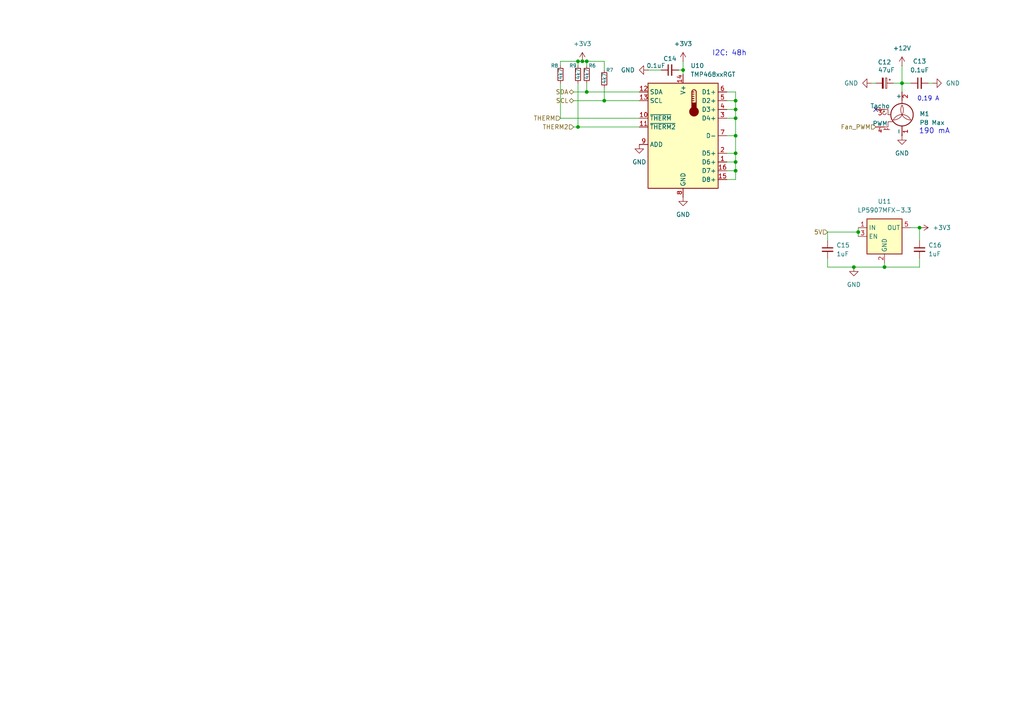
<source format=kicad_sch>
(kicad_sch (version 20250114) (generator "eeschema") (generator_version "9.0")
  (paper "A4")
  (lib_symbols
    (symbol "Device:C_Polarized_Small" (pin_numbers (hide yes)) (pin_names (offset 0.254) (hide yes))
      (property "Reference" "C" (at 0.254 1.778 0))
      (property "Value" "C_Polarized_Small" (at 0.254 -2.032 0))
      (symbol "C_Polarized_Small_0_1"
        (rectangle (start -1.524 0.6858) (end 1.524 0.3048))
        (rectangle (start -1.524 -0.3048) (end 1.524 -0.6858) (fill (type outline)))
        (polyline (pts (xy -1.27 1.524) (xy -0.762 1.524)))
        (polyline (pts (xy -1.016 1.27) (xy -1.016 1.778)))
      )
      (symbol "C_Polarized_Small_1_1"
        (pin passive line (at 0 2.54 270) (length 1.8542) (name "~") (number "1"))
        (pin passive line (at 0 -2.54 90) (length 1.8542) (name "~") (number "2"))
      )
    )
    (symbol "Device:C_Small" (pin_numbers (hide yes)) (pin_names (offset 0.254) (hide yes))
      (property "Reference" "C" (at 0.254 1.778 0))
      (property "Value" "C_Small" (at 0.254 -2.032 0))
      (symbol "C_Small_0_1"
        (polyline (pts (xy -1.524 0.508) (xy 1.524 0.508)) (stroke (width 0.3048)))
        (polyline (pts (xy -1.524 -0.508) (xy 1.524 -0.508)) (stroke (width 0.3302)))
      )
      (symbol "C_Small_1_1"
        (pin passive line (at 0 2.54 270) (length 2.032) (name "~") (number "1"))
        (pin passive line (at 0 -2.54 90) (length 2.032) (name "~") (number "2"))
      )
    )
    (symbol "Device:R_Small" (pin_numbers (hide yes)) (pin_names (offset 0.254) (hide yes))
      (property "Reference" "R" (at 0 0 90))
      (property "Value" "R_Small" (at 1.778 0 90))
      (symbol "R_Small_0_1"
        (rectangle (start -0.762 1.778) (end 0.762 -1.778) (stroke (width 0.2032)))
      )
      (symbol "R_Small_1_1"
        (pin passive line (at 0 2.54 270) (length 0.762) (name "~") (number "1"))
        (pin passive line (at 0 -2.54 90) (length 0.762) (name "~") (number "2"))
      )
    )
    (symbol "Motor:Fan_CPU_4pin" (pin_names (offset 0))
      (property "Reference" "M" (at 2.54 5.08 0))
      (property "Value" "Fan_CPU_4pin" (at 2.54 -2.54 0))
      (symbol "Fan_CPU_4pin_0_0"
        (polyline (pts (xy -5.08 2.032) (xy -5.334 2.159)))
        (polyline (pts (xy -5.08 2.032) (xy -5.207 1.778)))
        (arc (start -4.572 1.524) (mid -5.08 1.0182) (end -5.588 1.524))
        (arc (start -5.588 1.524) (mid -5.4392 1.8832) (end -5.08 2.032))
        (polyline (pts (xy -4.064 2.54) (xy -4.064 1.016) (xy -3.302 1.016)))
      )
      (symbol "Fan_CPU_4pin_0_1"
        (polyline (pts (xy -5.334 -3.302) (xy -5.08 -3.302) (xy -5.08 -3.048) (xy -4.826 -3.048) (xy -4.826 -3.302) (xy -4.318 -3.302) (xy -4.318 -3.048) (xy -4.064 -3.048) (xy -4.064 -3.302) (xy -3.556 -3.302)))
        (polyline (pts (xy -4.064 2.54) (xy -5.08 2.54)))
        (polyline (pts (xy -2.54 -1.016) (xy -4.064 -1.016) (xy -4.064 -2.54) (xy -5.08 -2.54)))
        (arc (start 0 3.81) (mid -0.0015 0.9048) (end -2.54 -0.508))
        (polyline (pts (xy 0 4.572) (xy 0 5.08)))
        (polyline (pts (xy 0 4.2672) (xy 0 4.6228)))
        (circle (center 0 1.016) (radius 3.2512) (stroke (width 0.254)))
        (arc (start -2.54 -0.508) (mid 0 1.0618) (end 2.54 -0.508))
        (polyline (pts (xy 0 -2.2352) (xy 0 -2.6416)))
        (polyline (pts (xy 0 -5.08) (xy 0 -4.572)))
        (arc (start 2.54 -0.508) (mid 0.047 0.9315) (end 0 3.81))
      )
      (symbol "Fan_CPU_4pin_1_1"
        (pin passive line (at -7.62 2.54 0) (length 2.54) (name "Tacho") (number "3"))
        (pin input line (at -7.62 -2.54 0) (length 2.54) (name "PWM") (number "4"))
        (pin passive line (at 0 7.62 270) (length 2.54) (name "+") (number "2"))
        (pin passive line (at 0 -5.08 90) (length 2.54) (name "-") (number "1"))
      )
    )
    (symbol "Regulator_Linear:LP5907MFX-3.3"
      (property "Reference" "U" (at -3.81 6.35 0))
      (property "Value" "LP5907MFX-3.3" (at 6.35 6.35 0))
      (symbol "LP5907MFX-3.3_0_1"
        (rectangle (start -5.08 -5.08) (end 5.08 5.08) (stroke (width 0.254)) (fill (type background)))
        (pin power_in line (at -7.62 2.54 0) (length 2.54) (name "IN") (number "1"))
        (pin input line (at -7.62 0 0) (length 2.54) (name "EN") (number "3"))
        (pin power_in line (at 0 -7.62 90) (length 2.54) (name "GND") (number "2"))
        (pin no_connect line (at 5.08 0 180) (length 2.54) (hide yes) (name "NC") (number "4"))
        (pin power_out line (at 7.62 2.54 180) (length 2.54) (name "OUT") (number "5"))
      )
    )
    (symbol "Sensor_Temperature:TMP468xxRGT"
      (property "Reference" "U" (at -10.16 16.51 0))
      (property "Value" "TMP468xxRGT" (at 2.54 16.51 0))
      (symbol "TMP468xxRGT_0_1"
        (rectangle (start -10.16 15.24) (end 10.16 -15.24) (stroke (width 0.254)) (fill (type background)))
      )
      (symbol "TMP468xxRGT_1_1"
        (polyline (pts (xy 2.54 12.7) (xy 2.54 9.525)) (stroke (width 0.254)))
        (polyline (pts (xy 2.54 12.7) (xy 3.175 12.7)) (stroke (width 0.254)))
        (polyline (pts (xy 2.54 12.065) (xy 3.175 12.065)) (stroke (width 0.254)))
        (polyline (pts (xy 2.54 11.43) (xy 3.175 11.43)) (stroke (width 0.254)))
        (polyline (pts (xy 2.54 10.795) (xy 3.175 10.795)) (stroke (width 0.254)))
        (polyline (pts (xy 2.54 10.16) (xy 3.175 10.16)) (stroke (width 0.254)))
        (arc (start 2.54 12.7) (mid 3.175 13.3323) (end 3.81 12.7) (stroke (width 0.254)))
        (circle (center 3.175 6.985) (radius 1.27) (stroke (width 0.254)) (fill (type outline)))
        (polyline (pts (xy 3.81 12.7) (xy 3.81 9.525)) (stroke (width 0.254)))
        (rectangle (start 3.81 7.62) (end 2.54 9.525) (stroke (width 0.254)) (fill (type outline)))
        (pin bidirectional line (at -12.7 12.7 0) (length 2.54) (name "SDA") (number "12"))
        (pin input line (at -12.7 10.16 0) (length 2.54) (name "SCL") (number "13"))
        (pin open_collector line (at -12.7 5.08 0) (length 2.54) (name "~{THERM}") (number "10"))
        (pin open_collector line (at -12.7 2.54 0) (length 2.54) (name "~{THERM2}") (number "11"))
        (pin passive line (at -12.7 -2.54 0) (length 2.54) (name "ADD") (number "9"))
        (pin power_in line (at 0 17.78 270) (length 2.54) (name "V+") (number "14"))
        (pin passive line (at 0 -17.78 90) (length 2.54) (hide yes) (name "GND") (number "17"))
        (pin power_in line (at 0 -17.78 90) (length 2.54) (name "GND") (number "8"))
        (pin passive line (at 12.7 12.7 180) (length 2.54) (name "D1+") (number "6"))
        (pin passive line (at 12.7 10.16 180) (length 2.54) (name "D2+") (number "5"))
        (pin passive line (at 12.7 7.62 180) (length 2.54) (name "D3+") (number "4"))
        (pin passive line (at 12.7 5.08 180) (length 2.54) (name "D4+") (number "3"))
        (pin passive line (at 12.7 0 180) (length 2.54) (name "D-") (number "7"))
        (pin passive line (at 12.7 -5.08 180) (length 2.54) (name "D5+") (number "2"))
        (pin passive line (at 12.7 -7.62 180) (length 2.54) (name "D6+") (number "1"))
        (pin passive line (at 12.7 -10.16 180) (length 2.54) (name "D7+") (number "16"))
        (pin passive line (at 12.7 -12.7 180) (length 2.54) (name "D8+") (number "15"))
      )
    )
    (symbol "power:+12V" (power) (pin_numbers (hide yes)) (pin_names (offset 0) (hide yes))
      (property "Value" "+12V" (at 0 3.556 0))
      (symbol "+12V_0_1"
        (polyline (pts (xy -0.762 1.27) (xy 0 2.54)))
        (polyline (pts (xy 0 2.54) (xy 0.762 1.27)))
        (polyline (pts (xy 0 0) (xy 0 2.54)))
      )
      (symbol "+12V_1_1"
        (pin power_in line (at 0 0 90) (length 0) (name "~") (number "1"))
      )
    )
    (symbol "power:+3V3" (power) (pin_numbers (hide yes)) (pin_names (offset 0) (hide yes))
      (property "Value" "+3V3" (at 0 3.556 0))
      (symbol "+3V3_0_1"
        (polyline (pts (xy -0.762 1.27) (xy 0 2.54)))
        (polyline (pts (xy 0 2.54) (xy 0.762 1.27)))
        (polyline (pts (xy 0 0) (xy 0 2.54)))
      )
      (symbol "+3V3_1_1"
        (pin power_in line (at 0 0 90) (length 0) (name "~") (number "1"))
      )
    )
    (symbol "power:GND" (power) (pin_numbers (hide yes)) (pin_names (offset 0) (hide yes))
      (property "Value" "GND" (at 0 -3.81 0))
      (symbol "GND_0_1"
        (polyline (pts (xy 0 0) (xy 0 -1.27) (xy 1.27 -1.27) (xy 0 -2.54) (xy -1.27 -1.27) (xy 0 -1.27)))
      )
      (symbol "GND_1_1"
        (pin power_in line (at 0 0 270) (length 0) (name "~") (number "1"))
      )
    )
  )
  (text "190 mA" (at 271.018 38.1 0) (effects (font (size 1.524 1.524))))
  (text "I2C: 48h" (at 211.582 15.494 0) (effects (font (size 1.524 1.524))))
  (text "0,19 A" (at 269.24 28.702 0) (effects (font (size 1.27 1.27))))
  (junction (at 213.36 39.37))
  (junction (at 168.91 17.78))
  (junction (at 248.92 67.31))
  (junction (at 170.18 26.67))
  (junction (at 213.36 49.53))
  (junction (at 167.64 36.83))
  (junction (at 213.36 29.21))
  (junction (at 175.26 29.21))
  (junction (at 213.36 46.99))
  (junction (at 198.12 20.32))
  (junction (at 256.54 77.47))
  (junction (at 213.36 44.45))
  (junction (at 170.18 17.78))
  (junction (at 247.65 77.47))
  (junction (at 261.62 24.13))
  (junction (at 213.36 34.29))
  (junction (at 266.7 66.04))
  (junction (at 213.36 31.75))
  (junction (at 167.64 17.78))
  (no_connect (at 254 31.75))
  (wire (pts (xy 259.08 24.13) (xy 261.62 24.13)))
  (wire (pts (xy 210.82 44.45) (xy 213.36 44.45)))
  (wire (pts (xy 248.92 66.04) (xy 248.92 67.31)))
  (wire (pts (xy 213.36 52.07) (xy 213.36 49.53)))
  (wire (pts (xy 175.26 17.78) (xy 170.18 17.78)))
  (wire (pts (xy 166.37 29.21) (xy 175.26 29.21)))
  (wire (pts (xy 266.7 69.85) (xy 266.7 66.04)))
  (wire (pts (xy 240.03 67.31) (xy 248.92 67.31)))
  (wire (pts (xy 185.42 26.67) (xy 170.18 26.67)))
  (wire (pts (xy 210.82 49.53) (xy 213.36 49.53)))
  (wire (pts (xy 213.36 49.53) (xy 213.36 46.99)))
  (wire (pts (xy 170.18 26.67) (xy 170.18 24.13)))
  (wire (pts (xy 175.26 20.32) (xy 175.26 17.78)))
  (wire (pts (xy 266.7 66.04) (xy 264.16 66.04)))
  (wire (pts (xy 175.26 29.21) (xy 185.42 29.21)))
  (wire (pts (xy 162.56 34.29) (xy 162.56 24.13)))
  (wire (pts (xy 213.36 29.21) (xy 213.36 26.67)))
  (wire (pts (xy 187.96 20.32) (xy 191.77 20.32)))
  (wire (pts (xy 185.42 34.29) (xy 162.56 34.29)))
  (wire (pts (xy 266.7 77.47) (xy 256.54 77.47)))
  (wire (pts (xy 240.03 77.47) (xy 240.03 74.93)))
  (wire (pts (xy 213.36 34.29) (xy 213.36 31.75)))
  (wire (pts (xy 162.56 17.78) (xy 162.56 19.05)))
  (wire (pts (xy 210.82 39.37) (xy 213.36 39.37)))
  (wire (pts (xy 166.37 36.83) (xy 167.64 36.83)))
  (wire (pts (xy 166.37 26.67) (xy 170.18 26.67)))
  (wire (pts (xy 269.24 24.13) (xy 270.51 24.13)))
  (wire (pts (xy 248.92 67.31) (xy 248.92 68.58)))
  (wire (pts (xy 256.54 77.47) (xy 247.65 77.47)))
  (wire (pts (xy 213.36 39.37) (xy 213.36 34.29)))
  (wire (pts (xy 266.7 74.93) (xy 266.7 77.47)))
  (wire (pts (xy 240.03 69.85) (xy 240.03 67.31)))
  (wire (pts (xy 210.82 46.99) (xy 213.36 46.99)))
  (wire (pts (xy 213.36 44.45) (xy 213.36 39.37)))
  (wire (pts (xy 261.62 24.13) (xy 264.16 24.13)))
  (wire (pts (xy 198.12 20.32) (xy 196.85 20.32)))
  (wire (pts (xy 167.64 24.13) (xy 167.64 36.83)))
  (wire (pts (xy 210.82 31.75) (xy 213.36 31.75)))
  (wire (pts (xy 170.18 17.78) (xy 170.18 19.05)))
  (wire (pts (xy 261.62 24.13) (xy 261.62 26.67)))
  (wire (pts (xy 210.82 52.07) (xy 213.36 52.07)))
  (wire (pts (xy 168.91 17.78) (xy 167.64 17.78)))
  (wire (pts (xy 170.18 17.78) (xy 168.91 17.78)))
  (wire (pts (xy 167.64 36.83) (xy 185.42 36.83)))
  (wire (pts (xy 210.82 29.21) (xy 213.36 29.21)))
  (wire (pts (xy 198.12 20.32) (xy 198.12 21.59)))
  (wire (pts (xy 247.65 77.47) (xy 240.03 77.47)))
  (wire (pts (xy 256.54 76.2) (xy 256.54 77.47)))
  (wire (pts (xy 213.36 46.99) (xy 213.36 44.45)))
  (wire (pts (xy 252.73 24.13) (xy 254 24.13)))
  (wire (pts (xy 175.26 25.4) (xy 175.26 29.21)))
  (wire (pts (xy 210.82 34.29) (xy 213.36 34.29)))
  (wire (pts (xy 198.12 17.78) (xy 198.12 20.32)))
  (wire (pts (xy 213.36 26.67) (xy 210.82 26.67)))
  (wire (pts (xy 213.36 31.75) (xy 213.36 29.21)))
  (wire (pts (xy 261.62 19.05) (xy 261.62 24.13)))
  (wire (pts (xy 167.64 17.78) (xy 162.56 17.78)))
  (wire (pts (xy 167.64 17.78) (xy 167.64 19.05)))
  (hierarchical_label "THERM" (shape input) (at 162.56 34.29 180))
  (hierarchical_label "Fan_PWM" (shape input) (at 254 36.83 180))
  (hierarchical_label "5V" (shape input) (at 240.03 67.31 180))
  (hierarchical_label "SDA" (shape bidirectional) (at 166.37 26.67 180))
  (hierarchical_label "SCL" (shape bidirectional) (at 166.37 29.21 180))
  (hierarchical_label "THERM2" (shape input) (at 166.37 36.83 180))
  (symbol (lib_id "Device:R_Small") (at 170.18 21.59 0) (unit 1)
    (property "Reference" "R6" (at 170.688 19.05 0) (effects (font (size 1.016 1.016)) (justify left)))
    (property "Value" "4k7" (at 170.18 23.114 90) (effects (font (size 1.143 1.143)) (justify left)))
    (property "Description" "Resistor, small symbol" (effects (hide yes)))
  )
  (symbol (lib_id "Device:R_Small") (at 167.64 21.59 0) (unit 1)
    (property "Reference" "R9" (at 165.1 19.05 0) (effects (font (size 1.016 1.016)) (justify left)))
    (property "Value" "4k7" (at 167.64 23.114 90) (effects (font (size 1.143 1.143)) (justify left)))
    (property "Description" "Resistor, small symbol" (effects (hide yes)))
  )
  (symbol (lib_id "power:GND") (at 185.42 41.91 0) (unit 1)
    (property "Reference" "#PWR033" (effects (hide yes)))
    (property "Value" "GND" (at 185.42 46.99 0))
    (property "Description" "Power symbol creates a global label with name \"GND\" , ground" (effects (hide yes)))
  )
  (symbol (lib_id "power:+3V3") (at 168.91 17.78 0) (unit 1)
    (property "Reference" "#PWR035" (effects (hide yes)))
    (property "Value" "+3V3" (at 168.91 12.7 0))
    (property "Description" "Power symbol creates a global label with name \"+3V3\"" (effects (hide yes)))
  )
  (symbol (lib_id "Device:R_Small") (at 175.26 22.86 0) (unit 1)
    (property "Reference" "R7" (at 175.768 20.32 0) (effects (font (size 1.016 1.016)) (justify left)))
    (property "Value" "4k7" (at 175.26 24.384 90) (effects (font (size 1.143 1.143)) (justify left)))
    (property "Description" "Resistor, small symbol" (effects (hide yes)))
  )
  (symbol (lib_id "Regulator_Linear:LP5907MFX-3.3") (at 256.54 68.58 0) (unit 1)
    (property "Reference" "U11" (at 256.54 58.42 0))
    (property "Value" "LP5907MFX-3.3" (at 256.54 60.96 0))
    (property "Footprint" "Package_TO_SOT_SMD:SOT-23-5" (effects (hide yes)))
    (property "Datasheet" "http://www.ti.com/lit/ds/symlink/lp5907.pdf" (effects (hide yes)))
    (property "Description" "250-mA Ultra-Low-Noise Low-IQ LDO, 3.3V, SOT-23" (effects (hide yes)))
  )
  (symbol (lib_id "Sensor_Temperature:TMP468xxRGT") (at 198.12 39.37 0) (unit 1)
    (property "Reference" "U10" (at 200.2633 19.05 0) (effects (justify left)))
    (property "Value" "TMP468xxRGT" (at 200.2633 21.59 0) (effects (justify left)))
    (property "Footprint" "Package_DFN_QFN:VQFN-16-1EP_3x3mm_P0.5mm_EP1.68x1.68mm" (effects (hide yes)))
    (property "Datasheet" "https://www.ti.com/lit/ds/symlink/tmp468.pdf" (effects (hide yes)))
    (property "Description" "Texas Instruments 9-Channel (8-Remote and 1-Local), High-Accuracy Temperature Sensor with Pin-Programmable Bus Address, VQFN-16" (effects (hide yes)))
  )
  (symbol (lib_id "Device:R_Small") (at 162.56 21.59 0) (unit 1)
    (property "Reference" "R8" (at 159.766 19.05 0) (effects (font (size 1.016 1.016)) (justify left)))
    (property "Value" "4k7" (at 162.56 23.114 90) (effects (font (size 1.143 1.143)) (justify left)))
    (property "Description" "Resistor, small symbol" (effects (hide yes)))
  )
  (symbol (lib_id "power:GND") (at 247.65 77.47 0) (unit 1)
    (property "Reference" "#PWR036" (effects (hide yes)))
    (property "Value" "GND" (at 247.65 82.55 0))
    (property "Description" "Power symbol creates a global label with name \"GND\" , ground" (effects (hide yes)))
  )
  (symbol (lib_id "Device:C_Small") (at 266.7 72.39 0) (unit 1)
    (property "Reference" "C16" (at 269.24 71.1262 0) (effects (justify left)))
    (property "Value" "1uF" (at 269.24 73.6662 0) (effects (justify left)))
    (property "Description" "Unpolarized capacitor, small symbol" (effects (hide yes)))
  )
  (symbol (lib_id "Device:C_Small") (at 240.03 72.39 0) (unit 1)
    (property "Reference" "C15" (at 242.57 71.1262 0) (effects (justify left)))
    (property "Value" "1uF" (at 242.57 73.6662 0) (effects (justify left)))
    (property "Description" "Unpolarized capacitor, small symbol" (effects (hide yes)))
  )
  (symbol (lib_id "power:GND") (at 252.73 24.13 270) (unit 1)
    (property "Reference" "#PWR029" (effects (hide yes)))
    (property "Value" "GND" (at 248.92 24.1299 90) (effects (justify right)))
    (property "Description" "Power symbol creates a global label with name \"GND\" , ground" (effects (hide yes)))
  )
  (symbol (lib_id "power:+12V") (at 261.62 19.05 0) (unit 1)
    (property "Reference" "#PWR028" (effects (hide yes)))
    (property "Value" "+12V" (at 261.62 13.97 0))
    (property "Description" "Power symbol creates a global label with name \"+12V\"" (effects (hide yes)))
  )
  (symbol (lib_id "Device:C_Small") (at 266.7 24.13 90) (unit 1)
    (property "Reference" "C13" (at 266.7063 17.78 90))
    (property "Value" "0.1uF" (at 266.7063 20.32 90))
    (property "Description" "Unpolarized capacitor, small symbol" (effects (hide yes)))
  )
  (symbol (lib_id "Device:C_Polarized_Small") (at 256.54 24.13 270) (unit 1)
    (property "Reference" "C12" (at 256.54 18.034 90))
    (property "Value" "47uF" (at 257.0861 20.32 90))
    (property "Footprint" "Capacitor_SMD:CP_Elec_6.3x5.4" (effects (hide yes)))
    (property "Description" "Polarized capacitor, small symbol" (effects (hide yes)))
  )
  (symbol (lib_id "power:+3V3") (at 198.12 17.78 0) (unit 1)
    (property "Reference" "#PWR032" (effects (hide yes)))
    (property "Value" "+3V3" (at 198.12 12.7 0))
    (property "Description" "Power symbol creates a global label with name \"+3V3\"" (effects (hide yes)))
  )
  (symbol (lib_id "Device:C_Small") (at 194.31 20.32 90) (unit 1)
    (property "Reference" "C14" (at 194.31 17.018 90))
    (property "Value" "0.1uF" (at 190.246 19.05 90))
    (property "Description" "Unpolarized capacitor, small symbol" (effects (hide yes)))
  )
  (symbol (lib_id "power:GND") (at 198.12 57.15 0) (unit 1)
    (property "Reference" "#PWR031" (effects (hide yes)))
    (property "Value" "GND" (at 198.12 62.23 0))
    (property "Description" "Power symbol creates a global label with name \"GND\" , ground" (effects (hide yes)))
  )
  (symbol (lib_id "power:GND") (at 270.51 24.13 90) (unit 1)
    (property "Reference" "#PWR030" (effects (hide yes)))
    (property "Value" "GND" (at 274.32 24.1299 90) (effects (justify right)))
    (property "Description" "Power symbol creates a global label with name \"GND\" , ground" (effects (hide yes)))
  )
  (symbol (lib_id "Motor:Fan_CPU_4pin") (at 261.62 34.29 0) (unit 1)
    (property "Reference" "M1" (at 266.7 33.0199 0) (effects (justify left)))
    (property "Value" "P8 Max" (at 266.7 35.5599 0) (effects (justify left)))
    (property "Footprint" "Connector:FanPinHeader_1x04_P2.54mm_Vertical" (effects (hide yes)))
    (property "Datasheet" "http://www.formfactors.org/developer%5Cspecs%5Crev1_2_public.pdf" (effects (hide yes)))
    (property "Description" "CPU Fan, tacho output, PWM input, 4-pin connector" (effects (hide yes)))
  )
  (symbol (lib_id "power:GND") (at 261.62 39.37 0) (unit 1)
    (property "Reference" "#PWR027" (effects (hide yes)))
    (property "Value" "GND" (at 261.62 44.45 0))
    (property "Description" "Power symbol creates a global label with name \"GND\" , ground" (effects (hide yes)))
  )
  (symbol (lib_id "power:GND") (at 187.96 20.32 270) (unit 1)
    (property "Reference" "#PWR034" (effects (hide yes)))
    (property "Value" "GND" (at 184.15 20.3199 90) (effects (justify right)))
    (property "Description" "Power symbol creates a global label with name \"GND\" , ground" (effects (hide yes)))
  )
  (symbol (lib_id "power:+3V3") (at 266.7 66.04 270) (unit 1)
    (property "Reference" "#PWR037" (effects (hide yes)))
    (property "Value" "+3V3" (at 270.51 66.0399 90) (effects (justify left)))
    (property "Description" "Power symbol creates a global label with name \"+3V3\"" (effects (hide yes)))
  )
)
</source>
